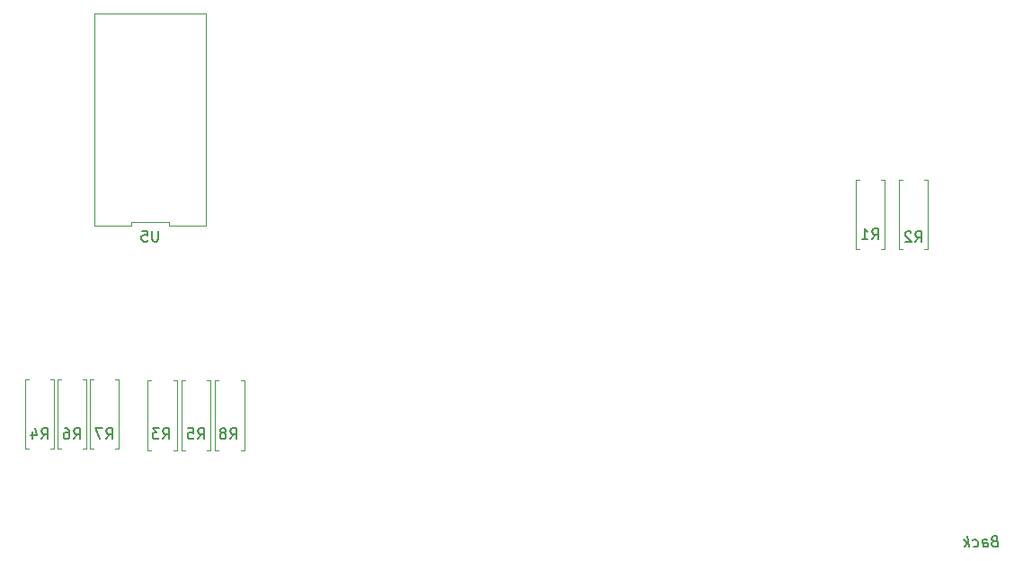
<source format=gbr>
G04 #@! TF.GenerationSoftware,KiCad,Pcbnew,(5.1.4)-1*
G04 #@! TF.CreationDate,2019-10-31T11:37:51-04:00*
G04 #@! TF.ProjectId,central_board,63656e74-7261-46c5-9f62-6f6172642e6b,v01*
G04 #@! TF.SameCoordinates,Original*
G04 #@! TF.FileFunction,Legend,Bot*
G04 #@! TF.FilePolarity,Positive*
%FSLAX46Y46*%
G04 Gerber Fmt 4.6, Leading zero omitted, Abs format (unit mm)*
G04 Created by KiCad (PCBNEW (5.1.4)-1) date 2019-10-31 11:37:51*
%MOMM*%
%LPD*%
G04 APERTURE LIST*
%ADD10C,0.150000*%
%ADD11C,0.120000*%
G04 APERTURE END LIST*
D10*
X181334794Y-125658571D02*
X181197889Y-125706190D01*
X181156223Y-125753809D01*
X181120508Y-125849047D01*
X181138366Y-125991904D01*
X181197889Y-126087142D01*
X181251461Y-126134761D01*
X181352651Y-126182380D01*
X181733604Y-126182380D01*
X181608604Y-125182380D01*
X181275270Y-125182380D01*
X181185985Y-125230000D01*
X181144318Y-125277619D01*
X181108604Y-125372857D01*
X181120508Y-125468095D01*
X181180032Y-125563333D01*
X181233604Y-125610952D01*
X181334794Y-125658571D01*
X181668127Y-125658571D01*
X180305032Y-126182380D02*
X180239556Y-125658571D01*
X180275270Y-125563333D01*
X180364556Y-125515714D01*
X180555032Y-125515714D01*
X180656223Y-125563333D01*
X180299080Y-126134761D02*
X180400270Y-126182380D01*
X180638366Y-126182380D01*
X180727651Y-126134761D01*
X180763366Y-126039523D01*
X180751461Y-125944285D01*
X180691937Y-125849047D01*
X180590747Y-125801428D01*
X180352651Y-125801428D01*
X180251461Y-125753809D01*
X179394318Y-126134761D02*
X179495508Y-126182380D01*
X179685985Y-126182380D01*
X179775270Y-126134761D01*
X179816937Y-126087142D01*
X179852651Y-125991904D01*
X179816937Y-125706190D01*
X179757413Y-125610952D01*
X179703842Y-125563333D01*
X179602651Y-125515714D01*
X179412175Y-125515714D01*
X179322889Y-125563333D01*
X178971699Y-126182380D02*
X178846699Y-125182380D01*
X178828842Y-125801428D02*
X178590747Y-126182380D01*
X178507413Y-125515714D02*
X178935985Y-125896666D01*
D11*
X171042000Y-98139000D02*
X170712000Y-98139000D01*
X171042000Y-91599000D02*
X171042000Y-98139000D01*
X170712000Y-91599000D02*
X171042000Y-91599000D01*
X168302000Y-98139000D02*
X168632000Y-98139000D01*
X168302000Y-91599000D02*
X168302000Y-98139000D01*
X168632000Y-91599000D02*
X168302000Y-91599000D01*
X172696000Y-91599000D02*
X172366000Y-91599000D01*
X172366000Y-91599000D02*
X172366000Y-98139000D01*
X172366000Y-98139000D02*
X172696000Y-98139000D01*
X174776000Y-91599000D02*
X175106000Y-91599000D01*
X175106000Y-91599000D02*
X175106000Y-98139000D01*
X175106000Y-98139000D02*
X174776000Y-98139000D01*
X101627000Y-110522000D02*
X101957000Y-110522000D01*
X101627000Y-117062000D02*
X101627000Y-110522000D01*
X101957000Y-117062000D02*
X101627000Y-117062000D01*
X104367000Y-110522000D02*
X104037000Y-110522000D01*
X104367000Y-117062000D02*
X104367000Y-110522000D01*
X104037000Y-117062000D02*
X104367000Y-117062000D01*
X92480000Y-116935000D02*
X92810000Y-116935000D01*
X92810000Y-116935000D02*
X92810000Y-110395000D01*
X92810000Y-110395000D02*
X92480000Y-110395000D01*
X90400000Y-116935000D02*
X90070000Y-116935000D01*
X90070000Y-116935000D02*
X90070000Y-110395000D01*
X90070000Y-110395000D02*
X90400000Y-110395000D01*
X107212000Y-117062000D02*
X107542000Y-117062000D01*
X107542000Y-117062000D02*
X107542000Y-110522000D01*
X107542000Y-110522000D02*
X107212000Y-110522000D01*
X105132000Y-117062000D02*
X104802000Y-117062000D01*
X104802000Y-117062000D02*
X104802000Y-110522000D01*
X104802000Y-110522000D02*
X105132000Y-110522000D01*
X93118000Y-110395000D02*
X93448000Y-110395000D01*
X93118000Y-116935000D02*
X93118000Y-110395000D01*
X93448000Y-116935000D02*
X93118000Y-116935000D01*
X95858000Y-110395000D02*
X95528000Y-110395000D01*
X95858000Y-116935000D02*
X95858000Y-110395000D01*
X95528000Y-116935000D02*
X95858000Y-116935000D01*
X98576000Y-116935000D02*
X98906000Y-116935000D01*
X98906000Y-116935000D02*
X98906000Y-110395000D01*
X98906000Y-110395000D02*
X98576000Y-110395000D01*
X96496000Y-116935000D02*
X96166000Y-116935000D01*
X96166000Y-116935000D02*
X96166000Y-110395000D01*
X96166000Y-110395000D02*
X96496000Y-110395000D01*
X107977000Y-110522000D02*
X108307000Y-110522000D01*
X107977000Y-117062000D02*
X107977000Y-110522000D01*
X108307000Y-117062000D02*
X107977000Y-117062000D01*
X110717000Y-110522000D02*
X110387000Y-110522000D01*
X110717000Y-117062000D02*
X110717000Y-110522000D01*
X110387000Y-117062000D02*
X110717000Y-117062000D01*
X96594001Y-95969000D02*
X96594000Y-75989000D01*
X96594000Y-75989000D02*
X107113999Y-75989000D01*
X107113999Y-75989000D02*
X107114000Y-95969000D01*
X107114000Y-95969000D02*
X103607333Y-95969000D01*
X103607333Y-95969000D02*
X103607333Y-95609000D01*
X103607333Y-95609000D02*
X100100667Y-95609000D01*
X100100667Y-95609000D02*
X100100667Y-95969000D01*
X100100667Y-95969000D02*
X96594001Y-95969000D01*
D10*
X169838666Y-97226380D02*
X170172000Y-96750190D01*
X170410095Y-97226380D02*
X170410095Y-96226380D01*
X170029142Y-96226380D01*
X169933904Y-96274000D01*
X169886285Y-96321619D01*
X169838666Y-96416857D01*
X169838666Y-96559714D01*
X169886285Y-96654952D01*
X169933904Y-96702571D01*
X170029142Y-96750190D01*
X170410095Y-96750190D01*
X168886285Y-97226380D02*
X169457714Y-97226380D01*
X169172000Y-97226380D02*
X169172000Y-96226380D01*
X169267238Y-96369238D01*
X169362476Y-96464476D01*
X169457714Y-96512095D01*
X173902666Y-97480380D02*
X174236000Y-97004190D01*
X174474095Y-97480380D02*
X174474095Y-96480380D01*
X174093142Y-96480380D01*
X173997904Y-96528000D01*
X173950285Y-96575619D01*
X173902666Y-96670857D01*
X173902666Y-96813714D01*
X173950285Y-96908952D01*
X173997904Y-96956571D01*
X174093142Y-97004190D01*
X174474095Y-97004190D01*
X173521714Y-96575619D02*
X173474095Y-96528000D01*
X173378857Y-96480380D01*
X173140761Y-96480380D01*
X173045523Y-96528000D01*
X172997904Y-96575619D01*
X172950285Y-96670857D01*
X172950285Y-96766095D01*
X172997904Y-96908952D01*
X173569333Y-97480380D01*
X172950285Y-97480380D01*
X103036666Y-116022380D02*
X103370000Y-115546190D01*
X103608095Y-116022380D02*
X103608095Y-115022380D01*
X103227142Y-115022380D01*
X103131904Y-115070000D01*
X103084285Y-115117619D01*
X103036666Y-115212857D01*
X103036666Y-115355714D01*
X103084285Y-115450952D01*
X103131904Y-115498571D01*
X103227142Y-115546190D01*
X103608095Y-115546190D01*
X102703333Y-115022380D02*
X102084285Y-115022380D01*
X102417619Y-115403333D01*
X102274761Y-115403333D01*
X102179523Y-115450952D01*
X102131904Y-115498571D01*
X102084285Y-115593809D01*
X102084285Y-115831904D01*
X102131904Y-115927142D01*
X102179523Y-115974761D01*
X102274761Y-116022380D01*
X102560476Y-116022380D01*
X102655714Y-115974761D01*
X102703333Y-115927142D01*
X91606666Y-116022380D02*
X91940000Y-115546190D01*
X92178095Y-116022380D02*
X92178095Y-115022380D01*
X91797142Y-115022380D01*
X91701904Y-115070000D01*
X91654285Y-115117619D01*
X91606666Y-115212857D01*
X91606666Y-115355714D01*
X91654285Y-115450952D01*
X91701904Y-115498571D01*
X91797142Y-115546190D01*
X92178095Y-115546190D01*
X90749523Y-115355714D02*
X90749523Y-116022380D01*
X90987619Y-114974761D02*
X91225714Y-115689047D01*
X90606666Y-115689047D01*
X106338666Y-116022380D02*
X106672000Y-115546190D01*
X106910095Y-116022380D02*
X106910095Y-115022380D01*
X106529142Y-115022380D01*
X106433904Y-115070000D01*
X106386285Y-115117619D01*
X106338666Y-115212857D01*
X106338666Y-115355714D01*
X106386285Y-115450952D01*
X106433904Y-115498571D01*
X106529142Y-115546190D01*
X106910095Y-115546190D01*
X105433904Y-115022380D02*
X105910095Y-115022380D01*
X105957714Y-115498571D01*
X105910095Y-115450952D01*
X105814857Y-115403333D01*
X105576761Y-115403333D01*
X105481523Y-115450952D01*
X105433904Y-115498571D01*
X105386285Y-115593809D01*
X105386285Y-115831904D01*
X105433904Y-115927142D01*
X105481523Y-115974761D01*
X105576761Y-116022380D01*
X105814857Y-116022380D01*
X105910095Y-115974761D01*
X105957714Y-115927142D01*
X94654666Y-116022380D02*
X94988000Y-115546190D01*
X95226095Y-116022380D02*
X95226095Y-115022380D01*
X94845142Y-115022380D01*
X94749904Y-115070000D01*
X94702285Y-115117619D01*
X94654666Y-115212857D01*
X94654666Y-115355714D01*
X94702285Y-115450952D01*
X94749904Y-115498571D01*
X94845142Y-115546190D01*
X95226095Y-115546190D01*
X93797523Y-115022380D02*
X93988000Y-115022380D01*
X94083238Y-115070000D01*
X94130857Y-115117619D01*
X94226095Y-115260476D01*
X94273714Y-115450952D01*
X94273714Y-115831904D01*
X94226095Y-115927142D01*
X94178476Y-115974761D01*
X94083238Y-116022380D01*
X93892761Y-116022380D01*
X93797523Y-115974761D01*
X93749904Y-115927142D01*
X93702285Y-115831904D01*
X93702285Y-115593809D01*
X93749904Y-115498571D01*
X93797523Y-115450952D01*
X93892761Y-115403333D01*
X94083238Y-115403333D01*
X94178476Y-115450952D01*
X94226095Y-115498571D01*
X94273714Y-115593809D01*
X97702666Y-116022380D02*
X98036000Y-115546190D01*
X98274095Y-116022380D02*
X98274095Y-115022380D01*
X97893142Y-115022380D01*
X97797904Y-115070000D01*
X97750285Y-115117619D01*
X97702666Y-115212857D01*
X97702666Y-115355714D01*
X97750285Y-115450952D01*
X97797904Y-115498571D01*
X97893142Y-115546190D01*
X98274095Y-115546190D01*
X97369333Y-115022380D02*
X96702666Y-115022380D01*
X97131238Y-116022380D01*
X109386666Y-116022380D02*
X109720000Y-115546190D01*
X109958095Y-116022380D02*
X109958095Y-115022380D01*
X109577142Y-115022380D01*
X109481904Y-115070000D01*
X109434285Y-115117619D01*
X109386666Y-115212857D01*
X109386666Y-115355714D01*
X109434285Y-115450952D01*
X109481904Y-115498571D01*
X109577142Y-115546190D01*
X109958095Y-115546190D01*
X108815238Y-115450952D02*
X108910476Y-115403333D01*
X108958095Y-115355714D01*
X109005714Y-115260476D01*
X109005714Y-115212857D01*
X108958095Y-115117619D01*
X108910476Y-115070000D01*
X108815238Y-115022380D01*
X108624761Y-115022380D01*
X108529523Y-115070000D01*
X108481904Y-115117619D01*
X108434285Y-115212857D01*
X108434285Y-115260476D01*
X108481904Y-115355714D01*
X108529523Y-115403333D01*
X108624761Y-115450952D01*
X108815238Y-115450952D01*
X108910476Y-115498571D01*
X108958095Y-115546190D01*
X109005714Y-115641428D01*
X109005714Y-115831904D01*
X108958095Y-115927142D01*
X108910476Y-115974761D01*
X108815238Y-116022380D01*
X108624761Y-116022380D01*
X108529523Y-115974761D01*
X108481904Y-115927142D01*
X108434285Y-115831904D01*
X108434285Y-115641428D01*
X108481904Y-115546190D01*
X108529523Y-115498571D01*
X108624761Y-115450952D01*
X102615904Y-96421380D02*
X102615904Y-97230904D01*
X102568285Y-97326142D01*
X102520666Y-97373761D01*
X102425428Y-97421380D01*
X102234952Y-97421380D01*
X102139714Y-97373761D01*
X102092095Y-97326142D01*
X102044476Y-97230904D01*
X102044476Y-96421380D01*
X101092095Y-96421380D02*
X101568285Y-96421380D01*
X101615904Y-96897571D01*
X101568285Y-96849952D01*
X101473047Y-96802333D01*
X101234952Y-96802333D01*
X101139714Y-96849952D01*
X101092095Y-96897571D01*
X101044476Y-96992809D01*
X101044476Y-97230904D01*
X101092095Y-97326142D01*
X101139714Y-97373761D01*
X101234952Y-97421380D01*
X101473047Y-97421380D01*
X101568285Y-97373761D01*
X101615904Y-97326142D01*
M02*

</source>
